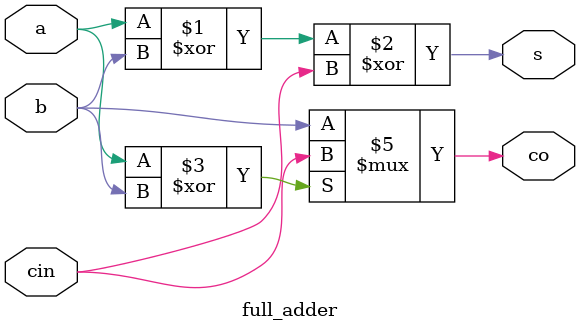
<source format=v>
/*
	4 bit Ripple adder
*/
module Adder_4bit(a,b,cin,s,co);
	input [3:0] a,b;
	input cin;
	output [3:0] s;
	output co;
	
	//Internal signals
	wire [2:0] c;
	
	//Instantiate Full Adders
	full_adder F1(.a(a[0]),.b(b[0]),.cin(cin),.s(s[0]),.co(c[0]));
	full_adder F2(.a(a[1]),.b(b[1]),.cin(c[0]),.s(s[1]),.co(c[1]));
	full_adder F3(.a(a[2]),.b(b[2]),.cin(c[1]),.s(s[2]),.co(c[2]));
	full_adder F4(.a(a[3]),.b(b[3]),.cin(c[2]),.s(s[3]),.co(co));
	
endmodule

/********************************************
	Full Adder module
*/
module full_adder(a,b,cin,s,co);
	input a,b; //input bits
	input cin; //Carry in
	output s;	//Sum
	output co;	//Carry output
	
	assign s = ((a ^ b) ^ cin);
	assign co = ((a^b) == 1'b1) ? cin : b ;

endmodule
</source>
